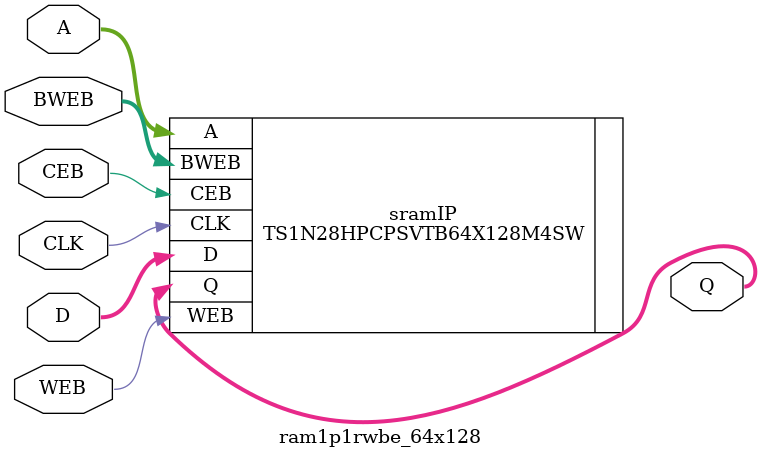
<source format=sv>

module ram1p1rwbe_64x128 ( 
  input  logic          CLK, 
  input  logic          CEB, 
  input  logic          WEB,
  input  logic [5:0]    A, 
  input  logic [127:0]  D,
  input  logic [127:0]  BWEB, 
  output logic [127:0]  Q
);

   // replace "generic64x128RAM" with "TS1N..64X128.." module from your memory vendor
   //generic64x128RAM sramIP (.CLK, .CEB, .WEB, .A, .D, .BWEB, .Q);
   TS1N28HPCPSVTB64X128M4SW sramIP(.CLK, .CEB, .WEB, .A, .D, .BWEB, .Q);

endmodule

</source>
